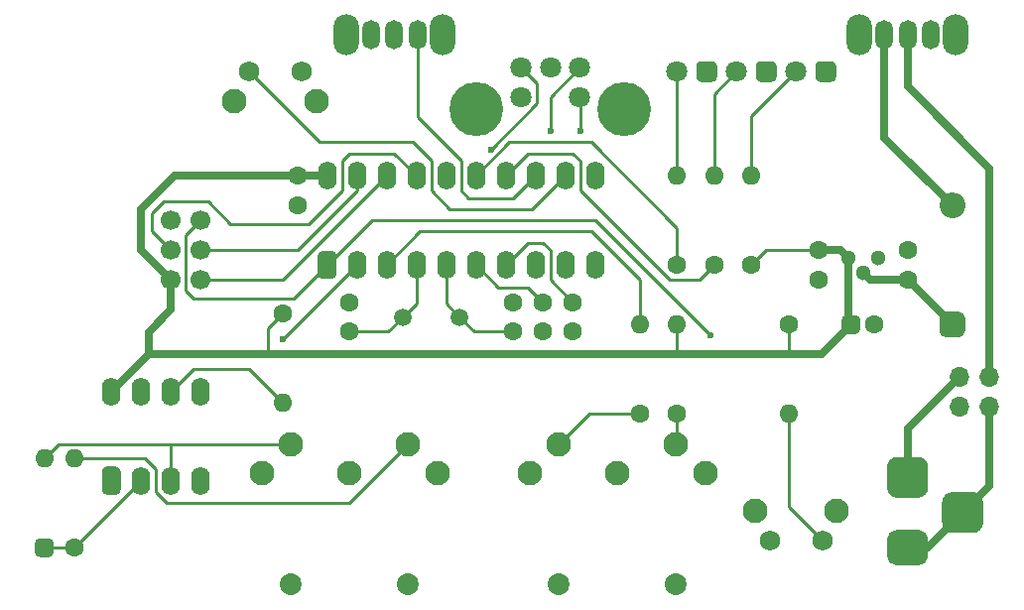
<source format=gbr>
%TF.GenerationSoftware,KiCad,Pcbnew,(5.1.9)-1*%
%TF.CreationDate,2021-04-04T20:09:26-07:00*%
%TF.ProjectId,miditwiddle,6d696469-7477-4696-9464-6c652e6b6963,rev?*%
%TF.SameCoordinates,PX9157080PY60e4b00*%
%TF.FileFunction,Copper,L1,Top*%
%TF.FilePolarity,Positive*%
%FSLAX46Y46*%
G04 Gerber Fmt 4.6, Leading zero omitted, Abs format (unit mm)*
G04 Created by KiCad (PCBNEW (5.1.9)-1) date 2021-04-04 20:09:26*
%MOMM*%
%LPD*%
G01*
G04 APERTURE LIST*
%TA.AperFunction,ComponentPad*%
%ADD10C,1.860000*%
%TD*%
%TA.AperFunction,ComponentPad*%
%ADD11C,2.100000*%
%TD*%
%TA.AperFunction,ComponentPad*%
%ADD12C,1.800000*%
%TD*%
%TA.AperFunction,ComponentPad*%
%ADD13C,4.600001*%
%TD*%
%TA.AperFunction,ComponentPad*%
%ADD14C,1.600000*%
%TD*%
%TA.AperFunction,ComponentPad*%
%ADD15O,2.200000X2.200000*%
%TD*%
%TA.AperFunction,ComponentPad*%
%ADD16O,1.600000X1.600000*%
%TD*%
%TA.AperFunction,ComponentPad*%
%ADD17O,1.500000X2.500000*%
%TD*%
%TA.AperFunction,ComponentPad*%
%ADD18O,2.200000X3.500000*%
%TD*%
%TA.AperFunction,ComponentPad*%
%ADD19O,2.200000X3.500001*%
%TD*%
%TA.AperFunction,ComponentPad*%
%ADD20C,1.750000*%
%TD*%
%TA.AperFunction,ComponentPad*%
%ADD21O,1.700000X1.700000*%
%TD*%
%TA.AperFunction,ComponentPad*%
%ADD22C,1.500000*%
%TD*%
%TA.AperFunction,ComponentPad*%
%ADD23O,1.600000X2.400000*%
%TD*%
%TA.AperFunction,ComponentPad*%
%ADD24C,1.300000*%
%TD*%
%TA.AperFunction,ComponentPad*%
%ADD25C,1.700000*%
%TD*%
%TA.AperFunction,ViaPad*%
%ADD26C,0.600000*%
%TD*%
%TA.AperFunction,Conductor*%
%ADD27C,0.635000*%
%TD*%
%TA.AperFunction,Conductor*%
%ADD28C,0.254000*%
%TD*%
%TA.AperFunction,Conductor*%
%ADD29C,0.250000*%
%TD*%
G04 APERTURE END LIST*
D10*
%TO.P,J4,MH2*%
%TO.N,GND*%
X-3095000Y-23470000D03*
%TO.P,J4,MH1*%
X6905000Y-23470000D03*
D11*
%TO.P,J4,5*%
%TO.N,/Out-*%
X-3095000Y-11470000D03*
%TO.P,J4,4*%
%TO.N,/Out+*%
X6905000Y-11470000D03*
%TO.P,J4,3*%
%TO.N,Net-(J4-Pad3)*%
X-5595000Y-13970000D03*
%TO.P,J4,2*%
%TO.N,GND*%
X1905000Y-13970000D03*
%TO.P,J4,1*%
%TO.N,Net-(J4-Pad1)*%
X9405000Y-13970000D03*
%TD*%
D10*
%TO.P,J3,MH2*%
%TO.N,N/C*%
X-25955000Y-23470000D03*
%TO.P,J3,MH1*%
X-15955000Y-23470000D03*
D11*
%TO.P,J3,5*%
%TO.N,/In-*%
X-25955000Y-11470000D03*
%TO.P,J3,4*%
%TO.N,/In+*%
X-15955000Y-11470000D03*
%TO.P,J3,3*%
%TO.N,Net-(J3-Pad3)*%
X-28455000Y-13970000D03*
%TO.P,J3,2*%
%TO.N,Net-(J3-Pad2)*%
X-20955000Y-13970000D03*
%TO.P,J3,1*%
%TO.N,Net-(J3-Pad1)*%
X-13455000Y-13970000D03*
%TD*%
D12*
%TO.P,SW5,S2*%
%TO.N,GND*%
X-6310000Y18137500D03*
%TO.P,SW5,S1*%
%TO.N,Enc_SW*%
X-1310000Y18137500D03*
D13*
%TO.P,SW5,*%
%TO.N,GND*%
X2490000Y17137500D03*
X-10110000Y17137500D03*
D12*
%TO.P,SW5,A*%
%TO.N,Enc_A*%
X-1310000Y20637500D03*
%TO.P,SW5,C*%
%TO.N,GND*%
X-3810000Y20637500D03*
%TO.P,SW5,B*%
%TO.N,Enc_B*%
X-6310000Y20637500D03*
%TD*%
D14*
%TO.P,C8,2*%
%TO.N,GND*%
X-4445000Y-1865000D03*
%TO.P,C8,1*%
%TO.N,Enc_B*%
X-4445000Y635000D03*
%TD*%
%TO.P,C7,2*%
%TO.N,GND*%
X-1905000Y-1865000D03*
%TO.P,C7,1*%
%TO.N,Enc_A*%
X-1905000Y635000D03*
%TD*%
%TO.P,C3,1*%
%TO.N,+5V*%
%TA.AperFunction,ComponentPad*%
G36*
G01*
X21050000Y-1670000D02*
X21050000Y-870000D01*
G75*
G02*
X21450000Y-470000I400000J0D01*
G01*
X22250000Y-470000D01*
G75*
G02*
X22650000Y-870000I0J-400000D01*
G01*
X22650000Y-1670000D01*
G75*
G02*
X22250000Y-2070000I-400000J0D01*
G01*
X21450000Y-2070000D01*
G75*
G02*
X21050000Y-1670000I0J400000D01*
G01*
G37*
%TD.AperFunction*%
%TO.P,C3,2*%
%TO.N,GND*%
X23850000Y-1270000D03*
%TD*%
D15*
%TO.P,D1,2*%
%TO.N,/Raw'*%
X30480000Y8890000D03*
%TO.P,D1,1*%
%TO.N,/Raw''*%
%TA.AperFunction,ComponentPad*%
G36*
G01*
X31030000Y-2370000D02*
X29930000Y-2370000D01*
G75*
G02*
X29380000Y-1820000I0J550000D01*
G01*
X29380000Y-720000D01*
G75*
G02*
X29930000Y-170000I550000J0D01*
G01*
X31030000Y-170000D01*
G75*
G02*
X31580000Y-720000I0J-550000D01*
G01*
X31580000Y-1820000D01*
G75*
G02*
X31030000Y-2370000I-550000J0D01*
G01*
G37*
%TD.AperFunction*%
%TD*%
D16*
%TO.P,R6,2*%
%TO.N,/LEDP*%
X13335000Y11430000D03*
D14*
%TO.P,R6,1*%
%TO.N,+5V*%
X13335000Y3810000D03*
%TD*%
D17*
%TO.P,SW1,1*%
%TO.N,Net-(SW1-Pad1)*%
X28670000Y23495000D03*
%TO.P,SW1,2*%
%TO.N,/Raw*%
X26670000Y23495000D03*
%TO.P,SW1,3*%
%TO.N,/Raw'*%
X24670000Y23495000D03*
D18*
%TO.P,SW1,*%
%TO.N,*%
X30770000Y23495000D03*
X22570000Y23495000D03*
%TD*%
D17*
%TO.P,SW3,1*%
%TO.N,Switch*%
X-15145000Y23495000D03*
%TO.P,SW3,2*%
%TO.N,GND*%
X-17145000Y23495000D03*
%TO.P,SW3,3*%
%TO.N,Net-(SW3-Pad3)*%
X-19145000Y23495000D03*
D19*
%TO.P,SW3,*%
%TO.N,GND*%
X-13045000Y23495000D03*
X-21245000Y23495000D03*
%TD*%
D11*
%TO.P,SW2,*%
%TO.N,GND*%
X13635000Y-17195000D03*
D20*
%TO.P,SW2,2*%
X14895000Y-19685000D03*
%TO.P,SW2,1*%
%TO.N,~Reset*%
X19395000Y-19685000D03*
D11*
%TO.P,SW2,*%
%TO.N,GND*%
X20645000Y-17195000D03*
%TD*%
D21*
%TO.P,JP1,4*%
%TO.N,/Raw*%
X33655000Y-5715000D03*
%TO.P,JP1,3*%
%TO.N,/J1Brl*%
X33655000Y-8255000D03*
%TO.P,JP1,2*%
%TO.N,/J1Pin*%
X31115000Y-5715000D03*
%TO.P,JP1,1*%
%TO.N,GND*%
X31115000Y-8255000D03*
%TD*%
D22*
%TO.P,Y1,2*%
%TO.N,/X1*%
X-11530000Y-635000D03*
%TO.P,Y1,1*%
%TO.N,/X2*%
X-16410000Y-635000D03*
%TD*%
D11*
%TO.P,SW4,*%
%TO.N,GND*%
X-23795000Y17830000D03*
D20*
%TO.P,SW4,2*%
X-25055000Y20320000D03*
%TO.P,SW4,1*%
%TO.N,Button*%
X-29555000Y20320000D03*
D11*
%TO.P,SW4,*%
%TO.N,GND*%
X-30805000Y17830000D03*
%TD*%
D12*
%TO.P,D3,2*%
%TO.N,/LEDP*%
X17145000Y20320000D03*
%TO.P,D3,1*%
%TO.N,GND*%
%TA.AperFunction,ComponentPad*%
G36*
G01*
X20585000Y20770000D02*
X20585000Y19870000D01*
G75*
G02*
X20135000Y19420000I-450000J0D01*
G01*
X19235000Y19420000D01*
G75*
G02*
X18785000Y19870000I0J450000D01*
G01*
X18785000Y20770000D01*
G75*
G02*
X19235000Y21220000I450000J0D01*
G01*
X20135000Y21220000D01*
G75*
G02*
X20585000Y20770000I0J-450000D01*
G01*
G37*
%TD.AperFunction*%
%TD*%
D23*
%TO.P,U3,8*%
%TO.N,+5V*%
X-41275000Y-6985000D03*
%TO.P,U3,4*%
%TO.N,Net-(U3-Pad4)*%
X-33655000Y-14605000D03*
%TO.P,U3,7*%
%TO.N,Net-(U3-Pad7)*%
X-38735000Y-6985000D03*
%TO.P,U3,3*%
%TO.N,/In-*%
X-36195000Y-14605000D03*
%TO.P,U3,6*%
%TO.N,RX*%
X-36195000Y-6985000D03*
%TO.P,U3,2*%
%TO.N,/In+'*%
X-38735000Y-14605000D03*
%TO.P,U3,5*%
%TO.N,GND*%
X-33655000Y-6985000D03*
%TO.P,U3,1*%
%TO.N,Net-(U3-Pad1)*%
%TA.AperFunction,ComponentPad*%
G36*
G01*
X-40875000Y-15805000D02*
X-41675000Y-15805000D01*
G75*
G02*
X-42075000Y-15405000I0J400000D01*
G01*
X-42075000Y-13805000D01*
G75*
G02*
X-41675000Y-13405000I400000J0D01*
G01*
X-40875000Y-13405000D01*
G75*
G02*
X-40475000Y-13805000I0J-400000D01*
G01*
X-40475000Y-15405000D01*
G75*
G02*
X-40875000Y-15805000I-400000J0D01*
G01*
G37*
%TD.AperFunction*%
%TD*%
%TO.P,U2,1*%
%TO.N,~Reset*%
%TA.AperFunction,ComponentPad*%
G36*
G01*
X-22460000Y2610000D02*
X-23260000Y2610000D01*
G75*
G02*
X-23660000Y3010000I0J400000D01*
G01*
X-23660000Y4610000D01*
G75*
G02*
X-23260000Y5010000I400000J0D01*
G01*
X-22460000Y5010000D01*
G75*
G02*
X-22060000Y4610000I0J-400000D01*
G01*
X-22060000Y3010000D01*
G75*
G02*
X-22460000Y2610000I-400000J0D01*
G01*
G37*
%TD.AperFunction*%
%TO.P,U2,11*%
%TO.N,Net-(U2-Pad11)*%
X0Y11430000D03*
%TO.P,U2,2*%
%TO.N,RX*%
X-20320000Y3810000D03*
%TO.P,U2,12*%
%TO.N,Button*%
X-2540000Y11430000D03*
%TO.P,U2,3*%
%TO.N,TX*%
X-17780000Y3810000D03*
%TO.P,U2,13*%
%TO.N,Switch*%
X-5080000Y11430000D03*
%TO.P,U2,4*%
%TO.N,/X2*%
X-15240000Y3810000D03*
%TO.P,U2,14*%
%TO.N,LED1*%
X-7620000Y11430000D03*
%TO.P,U2,5*%
%TO.N,/X1*%
X-12700000Y3810000D03*
%TO.P,U2,15*%
%TO.N,LED2*%
X-10160000Y11430000D03*
%TO.P,U2,6*%
%TO.N,Enc_B*%
X-10160000Y3810000D03*
%TO.P,U2,16*%
%TO.N,Net-(U2-Pad16)*%
X-12700000Y11430000D03*
%TO.P,U2,7*%
%TO.N,Enc_A*%
X-7620000Y3810000D03*
%TO.P,U2,17*%
%TO.N,/MOSI*%
X-15240000Y11430000D03*
%TO.P,U2,8*%
%TO.N,Enc_SW*%
X-5080000Y3810000D03*
%TO.P,U2,18*%
%TO.N,/MISO*%
X-17780000Y11430000D03*
%TO.P,U2,9*%
%TO.N,Net-(U2-Pad9)*%
X-2540000Y3810000D03*
%TO.P,U2,19*%
%TO.N,/SCK*%
X-20320000Y11430000D03*
%TO.P,U2,10*%
%TO.N,GND*%
X0Y3810000D03*
%TO.P,U2,20*%
%TO.N,+5V*%
X-22860000Y11430000D03*
%TD*%
D24*
%TO.P,U1,1*%
%TO.N,GND*%
X24130000Y4445000D03*
%TO.P,U1,3*%
%TO.N,+5V*%
X21590000Y4445000D03*
%TO.P,U1,2*%
%TO.N,/Raw''*%
X22860000Y3175000D03*
%TD*%
D16*
%TO.P,R8,2*%
%TO.N,/LED2'*%
X6985000Y11430000D03*
D14*
%TO.P,R8,1*%
%TO.N,LED2*%
X6985000Y3810000D03*
%TD*%
D16*
%TO.P,R7,2*%
%TO.N,/LED1'*%
X10160000Y11430000D03*
D14*
%TO.P,R7,1*%
%TO.N,LED1*%
X10160000Y3810000D03*
%TD*%
D16*
%TO.P,R5,2*%
%TO.N,TX*%
X3810000Y-1270000D03*
D14*
%TO.P,R5,1*%
%TO.N,/Out-*%
X3810000Y-8890000D03*
%TD*%
D16*
%TO.P,R4,2*%
%TO.N,+5V*%
X6985000Y-1270000D03*
D14*
%TO.P,R4,1*%
%TO.N,/Out+*%
X6985000Y-8890000D03*
%TD*%
%TO.P,R3,1*%
%TO.N,+5V*%
X-26670000Y-317500D03*
D16*
%TO.P,R3,2*%
%TO.N,RX*%
X-26670000Y-7937500D03*
%TD*%
D14*
%TO.P,R2,1*%
%TO.N,/In+'*%
X-44450000Y-20320000D03*
D16*
%TO.P,R2,2*%
%TO.N,/In+*%
X-44450000Y-12700000D03*
%TD*%
%TO.P,R1,2*%
%TO.N,~Reset*%
X16510000Y-8890000D03*
D14*
%TO.P,R1,1*%
%TO.N,+5V*%
X16510000Y-1270000D03*
%TD*%
D25*
%TO.P,J2,6*%
%TO.N,GND*%
X-36195000Y7620000D03*
%TO.P,J2,4*%
%TO.N,/MOSI*%
X-36195000Y5080000D03*
%TO.P,J2,2*%
%TO.N,+5V*%
X-36195000Y2540000D03*
%TO.P,J2,5*%
%TO.N,~Reset*%
X-33655000Y7620000D03*
%TO.P,J2,3*%
%TO.N,/SCK*%
X-33655000Y5080000D03*
%TO.P,J2,1*%
%TO.N,/MISO*%
X-33655000Y2540000D03*
%TD*%
%TO.P,J1,3*%
%TO.N,/J1Brl*%
%TA.AperFunction,ComponentPad*%
G36*
G01*
X32245000Y-19070000D02*
X30495000Y-19070000D01*
G75*
G02*
X29620000Y-18195000I0J875000D01*
G01*
X29620000Y-16445000D01*
G75*
G02*
X30495000Y-15570000I875000J0D01*
G01*
X32245000Y-15570000D01*
G75*
G02*
X33120000Y-16445000I0J-875000D01*
G01*
X33120000Y-18195000D01*
G75*
G02*
X32245000Y-19070000I-875000J0D01*
G01*
G37*
%TD.AperFunction*%
%TO.P,J1,2*%
%TA.AperFunction,ComponentPad*%
G36*
G01*
X27670000Y-21820000D02*
X25670000Y-21820000D01*
G75*
G02*
X24920000Y-21070000I0J750000D01*
G01*
X24920000Y-19570000D01*
G75*
G02*
X25670000Y-18820000I750000J0D01*
G01*
X27670000Y-18820000D01*
G75*
G02*
X28420000Y-19570000I0J-750000D01*
G01*
X28420000Y-21070000D01*
G75*
G02*
X27670000Y-21820000I-750000J0D01*
G01*
G37*
%TD.AperFunction*%
%TO.P,J1,1*%
%TO.N,/J1Pin*%
%TA.AperFunction,ComponentPad*%
G36*
G01*
X27545000Y-16070000D02*
X25795000Y-16070000D01*
G75*
G02*
X24920000Y-15195000I0J875000D01*
G01*
X24920000Y-13445000D01*
G75*
G02*
X25795000Y-12570000I875000J0D01*
G01*
X27545000Y-12570000D01*
G75*
G02*
X28420000Y-13445000I0J-875000D01*
G01*
X28420000Y-15195000D01*
G75*
G02*
X27545000Y-16070000I-875000J0D01*
G01*
G37*
%TD.AperFunction*%
%TD*%
D12*
%TO.P,D5,2*%
%TO.N,/LED2'*%
X6985000Y20320000D03*
%TO.P,D5,1*%
%TO.N,GND*%
%TA.AperFunction,ComponentPad*%
G36*
G01*
X10425000Y20770000D02*
X10425000Y19870000D01*
G75*
G02*
X9975000Y19420000I-450000J0D01*
G01*
X9075000Y19420000D01*
G75*
G02*
X8625000Y19870000I0J450000D01*
G01*
X8625000Y20770000D01*
G75*
G02*
X9075000Y21220000I450000J0D01*
G01*
X9975000Y21220000D01*
G75*
G02*
X10425000Y20770000I0J-450000D01*
G01*
G37*
%TD.AperFunction*%
%TD*%
%TO.P,D4,2*%
%TO.N,/LED1'*%
X12065000Y20320000D03*
%TO.P,D4,1*%
%TO.N,GND*%
%TA.AperFunction,ComponentPad*%
G36*
G01*
X15505000Y20770000D02*
X15505000Y19870000D01*
G75*
G02*
X15055000Y19420000I-450000J0D01*
G01*
X14155000Y19420000D01*
G75*
G02*
X13705000Y19870000I0J450000D01*
G01*
X13705000Y20770000D01*
G75*
G02*
X14155000Y21220000I450000J0D01*
G01*
X15055000Y21220000D01*
G75*
G02*
X15505000Y20770000I0J-450000D01*
G01*
G37*
%TD.AperFunction*%
%TD*%
%TO.P,D2,1*%
%TO.N,/In+'*%
%TA.AperFunction,ComponentPad*%
G36*
G01*
X-46590000Y-21120000D02*
X-47390000Y-21120000D01*
G75*
G02*
X-47790000Y-20720000I0J400000D01*
G01*
X-47790000Y-19920000D01*
G75*
G02*
X-47390000Y-19520000I400000J0D01*
G01*
X-46590000Y-19520000D01*
G75*
G02*
X-46190000Y-19920000I0J-400000D01*
G01*
X-46190000Y-20720000D01*
G75*
G02*
X-46590000Y-21120000I-400000J0D01*
G01*
G37*
%TD.AperFunction*%
D16*
%TO.P,D2,2*%
%TO.N,/In-*%
X-46990000Y-12700000D03*
%TD*%
D14*
%TO.P,C6,1*%
%TO.N,/X2*%
X-20955000Y-1865000D03*
%TO.P,C6,2*%
%TO.N,GND*%
X-20955000Y635000D03*
%TD*%
%TO.P,C5,2*%
%TO.N,GND*%
X-6985000Y635000D03*
%TO.P,C5,1*%
%TO.N,/X1*%
X-6985000Y-1865000D03*
%TD*%
%TO.P,C4,2*%
%TO.N,GND*%
X-25400000Y8930000D03*
%TO.P,C4,1*%
%TO.N,+5V*%
X-25400000Y11430000D03*
%TD*%
%TO.P,C2,2*%
%TO.N,GND*%
X19050000Y2580000D03*
%TO.P,C2,1*%
%TO.N,+5V*%
X19050000Y5080000D03*
%TD*%
%TO.P,C1,2*%
%TO.N,GND*%
X26670000Y5080000D03*
%TO.P,C1,1*%
%TO.N,/Raw''*%
X26670000Y2580000D03*
%TD*%
D26*
%TO.N,RX*%
X-26670000Y-2540000D03*
%TO.N,~Reset*%
X9842502Y-2222500D03*
%TO.N,Enc_A*%
X-3810000Y15240000D03*
%TO.N,Enc_B*%
X-8890000Y13652500D03*
%TO.N,Enc_SW*%
X-1270000Y15240000D03*
%TD*%
D27*
%TO.N,+5V*%
X20955000Y5080000D02*
X21590000Y4445000D01*
X19050000Y5080000D02*
X20955000Y5080000D01*
X-22860000Y11430000D02*
X-25400000Y11430000D01*
X21590000Y-1010000D02*
X21850000Y-1270000D01*
X21590000Y4445000D02*
X21590000Y-1010000D01*
X-38735000Y5080000D02*
X-36195000Y2540000D01*
X-38735000Y8572500D02*
X-38735000Y5080000D01*
X-35877500Y11430000D02*
X-38735000Y8572500D01*
X-25400000Y11430000D02*
X-35877500Y11430000D01*
X19310000Y-3810000D02*
X21850000Y-1270000D01*
D28*
X6985000Y-1270000D02*
X6985000Y-3810000D01*
X14605000Y5080000D02*
X13335000Y3810000D01*
X19050000Y5080000D02*
X14605000Y5080000D01*
D27*
X-38100000Y-1905000D02*
X-38100000Y-3810000D01*
X-36195000Y0D02*
X-38100000Y-1905000D01*
X-36195000Y2540000D02*
X-36195000Y0D01*
X-41275000Y-6985000D02*
X-38100000Y-3810000D01*
D28*
X-27940000Y-1587500D02*
X-27940000Y-3810000D01*
X-26670000Y-317500D02*
X-27940000Y-1587500D01*
D27*
X-27940000Y-3810000D02*
X6985000Y-3810000D01*
X-38100000Y-3810000D02*
X-27940000Y-3810000D01*
D28*
X16510000Y-1270000D02*
X16510000Y-3810000D01*
D27*
X16510000Y-3810000D02*
X19310000Y-3810000D01*
X6985000Y-3810000D02*
X16510000Y-3810000D01*
D28*
%TO.N,/MOSI*%
X-17145000Y13335000D02*
X-15240000Y11430000D01*
X-21590000Y12700000D02*
X-20955000Y13335000D01*
X-21590000Y10160000D02*
X-21590000Y12700000D01*
X-31115000Y7302500D02*
X-24447500Y7302500D01*
X-33020000Y9207500D02*
X-31115000Y7302500D01*
X-36830000Y9207500D02*
X-33020000Y9207500D01*
X-37782500Y8255000D02*
X-36830000Y9207500D01*
X-37782500Y6667500D02*
X-37782500Y8255000D01*
X-20955000Y13335000D02*
X-17145000Y13335000D01*
X-24447500Y7302500D02*
X-21590000Y10160000D01*
X-36195000Y5080000D02*
X-37782500Y6667500D01*
%TO.N,/SCK*%
X-25400000Y5080000D02*
X-33655000Y5080000D01*
X-20320000Y10160000D02*
X-25400000Y5080000D01*
X-20320000Y11430000D02*
X-20320000Y10160000D01*
%TO.N,/MISO*%
X-26670000Y2540000D02*
X-33655000Y2540000D01*
X-17780000Y11430000D02*
X-26670000Y2540000D01*
%TO.N,RX*%
X-29527500Y-5080000D02*
X-26670000Y-7937500D01*
X-34290000Y-5080000D02*
X-29527500Y-5080000D01*
X-36195000Y-6985000D02*
X-34290000Y-5080000D01*
X-20320000Y3810000D02*
X-26035000Y-1905000D01*
X-26035000Y-1905000D02*
X-26670000Y-2540000D01*
%TO.N,TX*%
X3810000Y2540000D02*
X3810000Y-1270000D01*
X-317500Y6667500D02*
X3810000Y2540000D01*
X-14922500Y6667500D02*
X-317500Y6667500D01*
X-17780000Y3810000D02*
X-14922500Y6667500D01*
%TO.N,LED2*%
X6985000Y6985000D02*
X6985000Y3810000D01*
X-317500Y14287500D02*
X6985000Y6985000D01*
X-7302500Y14287500D02*
X-317500Y14287500D01*
X-10160000Y11430000D02*
X-7302500Y14287500D01*
%TO.N,LED1*%
X8890000Y2540000D02*
X10160000Y3810000D01*
X6350000Y2540000D02*
X8890000Y2540000D01*
X-1270000Y10160000D02*
X6350000Y2540000D01*
X-1270000Y12700000D02*
X-1270000Y10160000D01*
X-1905000Y13335000D02*
X-1270000Y12700000D01*
X-5715000Y13335000D02*
X-1905000Y13335000D01*
X-7620000Y11430000D02*
X-5715000Y13335000D01*
D29*
%TO.N,/X1*%
X-12700000Y535000D02*
X-11530000Y-635000D01*
X-12700000Y3810000D02*
X-12700000Y535000D01*
X-10300000Y-1865000D02*
X-11530000Y-635000D01*
X-6985000Y-1865000D02*
X-10300000Y-1865000D01*
%TO.N,/X2*%
X-15240000Y3810000D02*
X-15240000Y535000D01*
X-15240000Y535000D02*
X-16410000Y-635000D01*
X-17640000Y-1865000D02*
X-16410000Y-635000D01*
X-20955000Y-1865000D02*
X-17640000Y-1865000D01*
D27*
%TO.N,/J1Pin*%
X26670000Y-10160000D02*
X26670000Y-14320000D01*
X31115000Y-5715000D02*
X26670000Y-10160000D01*
%TO.N,/J1Brl*%
X28370000Y-20320000D02*
X31370000Y-17320000D01*
X26670000Y-20320000D02*
X28370000Y-20320000D01*
X33655000Y-15035000D02*
X31370000Y-17320000D01*
X33655000Y-8255000D02*
X33655000Y-15035000D01*
D28*
%TO.N,/LEDP*%
X13335000Y16510000D02*
X17145000Y20320000D01*
X13335000Y11430000D02*
X13335000Y16510000D01*
%TO.N,/LED1'*%
X10160000Y18415000D02*
X12065000Y20320000D01*
X10160000Y11430000D02*
X10160000Y18415000D01*
%TO.N,/LED2'*%
X6985000Y11430000D02*
X6985000Y20320000D01*
D27*
%TO.N,/Raw''*%
X23455000Y2580000D02*
X22860000Y3175000D01*
X26670000Y2580000D02*
X23455000Y2580000D01*
X30480000Y-1230000D02*
X26670000Y2580000D01*
X30480000Y-1270000D02*
X30480000Y-1230000D01*
%TO.N,/Raw'*%
X24670000Y14700000D02*
X30480000Y8890000D01*
X24670000Y23495000D02*
X24670000Y14700000D01*
D28*
%TO.N,/In-*%
X-46990000Y-12700000D02*
X-45760000Y-11470000D01*
X-36195000Y-11510000D02*
X-36155000Y-11470000D01*
X-36195000Y-14605000D02*
X-36195000Y-11510000D01*
X-36155000Y-11470000D02*
X-25955000Y-11470000D01*
X-45760000Y-11470000D02*
X-36155000Y-11470000D01*
%TO.N,/In+'*%
X-44450000Y-20320000D02*
X-46990000Y-20320000D01*
X-44450000Y-20320000D02*
X-38735000Y-14605000D01*
%TO.N,~Reset*%
X-25717500Y952500D02*
X-22860000Y3810000D01*
X-34290000Y952500D02*
X-25717500Y952500D01*
X-34925000Y1587500D02*
X-34290000Y952500D01*
X-34925000Y6350000D02*
X-34925000Y1587500D01*
X-33655000Y7620000D02*
X-34925000Y6350000D01*
X16510000Y-16800000D02*
X19395000Y-19685000D01*
X16510000Y-8890000D02*
X16510000Y-16800000D01*
X2Y7620000D02*
X9842502Y-2222500D01*
X-19050000Y7620000D02*
X2Y7620000D01*
X-22860000Y3810000D02*
X-19050000Y7620000D01*
%TO.N,/In+*%
X-20995000Y-16510000D02*
X-15955000Y-11470000D01*
X-37465000Y-15557500D02*
X-36512500Y-16510000D01*
X-36512500Y-16510000D02*
X-20995000Y-16510000D01*
X-37465000Y-13652500D02*
X-37465000Y-15557500D01*
X-38417500Y-12700000D02*
X-37465000Y-13652500D01*
X-44450000Y-12700000D02*
X-38417500Y-12700000D01*
%TO.N,/Out-*%
X-515000Y-8890000D02*
X-3095000Y-11470000D01*
X3810000Y-8890000D02*
X-515000Y-8890000D01*
%TO.N,/Out+*%
X6985000Y-11390000D02*
X6905000Y-11470000D01*
X6985000Y-8890000D02*
X6985000Y-11390000D01*
D27*
%TO.N,/Raw*%
X26670000Y19050000D02*
X26670000Y23495000D01*
X33655000Y12065000D02*
X26670000Y19050000D01*
X33655000Y-5715000D02*
X33655000Y12065000D01*
D28*
%TO.N,Switch*%
X-15145000Y17240000D02*
X-15145000Y23495000D01*
X-15145000Y16415000D02*
X-15145000Y17240000D01*
X-11430000Y12700000D02*
X-15145000Y16415000D01*
X-11430000Y10160000D02*
X-11430000Y12700000D01*
X-10795000Y9525000D02*
X-11430000Y10160000D01*
X-6985000Y9525000D02*
X-10795000Y9525000D01*
X-5080000Y11430000D02*
X-6985000Y9525000D01*
%TO.N,Button*%
X-15557500Y14287500D02*
X-23522500Y14287500D01*
X-13970000Y10160000D02*
X-13970000Y12700000D01*
X-12382500Y8572500D02*
X-13970000Y10160000D01*
X-5397500Y8572500D02*
X-12382500Y8572500D01*
X-23522500Y14287500D02*
X-29555000Y20320000D01*
X-13970000Y12700000D02*
X-15557500Y14287500D01*
X-2540000Y11430000D02*
X-5397500Y8572500D01*
%TO.N,Enc_A*%
X-3810000Y2540000D02*
X-1905000Y635000D01*
X-3810000Y5080000D02*
X-3810000Y2540000D01*
X-4445000Y5715000D02*
X-3810000Y5080000D01*
X-5715000Y5715000D02*
X-4445000Y5715000D01*
X-7620000Y3810000D02*
X-5715000Y5715000D01*
X-3810000Y18137500D02*
X-1310000Y20637500D01*
X-3810000Y15240000D02*
X-3810000Y18137500D01*
%TO.N,Enc_B*%
X-10160000Y3810000D02*
X-8255000Y1905000D01*
X-5715000Y1905000D02*
X-4445000Y635000D01*
X-8255000Y1905000D02*
X-5715000Y1905000D01*
X-4953000Y17589500D02*
X-8890000Y13652500D01*
X-4953000Y19280500D02*
X-4953000Y17589500D01*
X-6310000Y20637500D02*
X-4953000Y19280500D01*
%TO.N,Enc_SW*%
X-1270000Y15240000D02*
X-1270000Y18097500D01*
X-1270000Y18097500D02*
X-1310000Y18137500D01*
%TD*%
M02*

</source>
